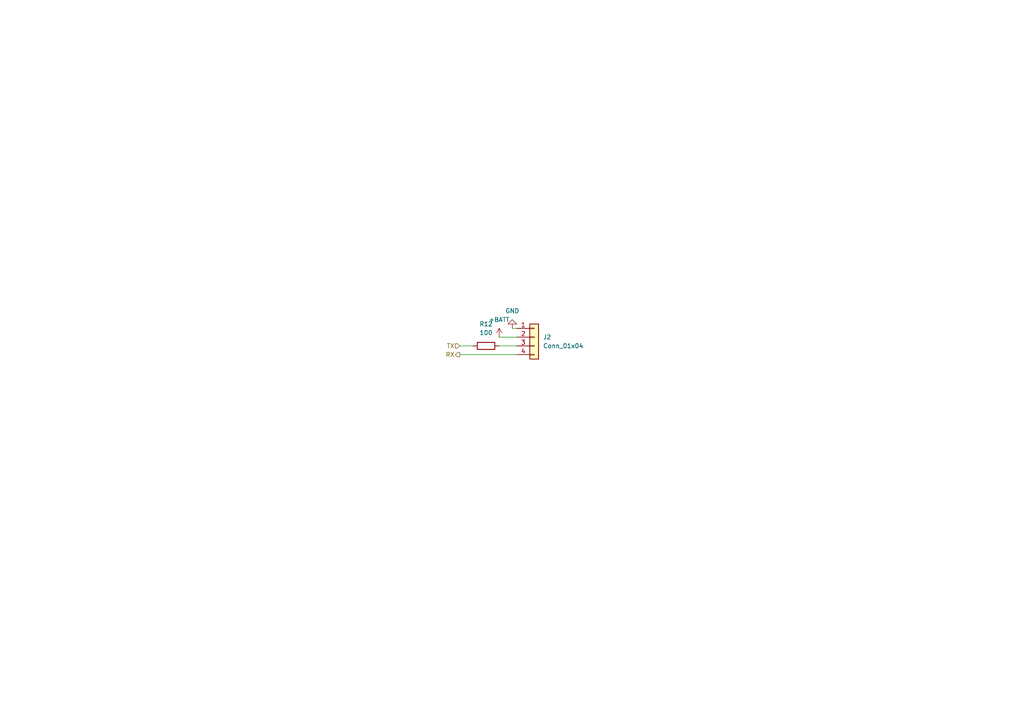
<source format=kicad_sch>
(kicad_sch (version 20230121) (generator eeschema)
  (paper "A4")
  (lib_symbols
    (symbol "Connector_Generic:Conn_01x04" (pin_names (offset 1.016) hide)
      (property "Reference" "J" (at 0 5.08 0))
      (property "Value" "Conn_01x04" (at 0 -7.62 0))
      (symbol "Conn_01x04_1_1"
        (rectangle (start -1.27 -4.953) (end 0 -5.207) (stroke (width 0.1524)))
        (rectangle (start -1.27 -2.413) (end 0 -2.667) (stroke (width 0.1524)))
        (rectangle (start -1.27 0.127) (end 0 -0.127) (stroke (width 0.1524)))
        (rectangle (start -1.27 2.667) (end 0 2.413) (stroke (width 0.1524)))
        (rectangle (start -1.27 3.81) (end 1.27 -6.35) (stroke (width 0.254)) (fill (type background)))
        (pin passive line (at -5.08 2.54 0) (length 3.81) (name "Pin_1") (number "1"))
        (pin passive line (at -5.08 0 0) (length 3.81) (name "Pin_2") (number "2"))
        (pin passive line (at -5.08 -2.54 0) (length 3.81) (name "Pin_3") (number "3"))
        (pin passive line (at -5.08 -5.08 0) (length 3.81) (name "Pin_4") (number "4"))
      )
    )
    (symbol "Device:R" (pin_numbers hide) (pin_names (offset 0))
      (property "Reference" "R" (at 2.032 0 90))
      (property "Value" "R" (at 0 0 90))
      (symbol "R_0_1"
        (rectangle (start -1.016 -2.54) (end 1.016 2.54) (stroke (width 0.254)))
      )
      (symbol "R_1_1"
        (pin passive line (at 0 3.81 270) (length 1.27) (name "~") (number "1"))
        (pin passive line (at 0 -3.81 90) (length 1.27) (name "~") (number "2"))
      )
    )
    (symbol "power:+BATT" (power) (pin_names (offset 0))
      (property "Value" "+BATT" (at 0 3.556 0))
      (symbol "+BATT_0_1"
        (polyline (pts (xy -0.762 1.27) (xy 0 2.54)))
        (polyline (pts (xy 0 0) (xy 0 2.54)))
        (polyline (pts (xy 0 2.54) (xy 0.762 1.27)))
      )
      (symbol "+BATT_1_1"
        (pin power_in line (at 0 0 90) (length 0) hide (name "+BATT") (number "1"))
      )
    )
    (symbol "power:GND" (power) (pin_names (offset 0))
      (property "Value" "GND" (at 0 -3.81 0))
      (symbol "GND_0_1"
        (polyline (pts (xy 0 0) (xy 0 -1.27) (xy 1.27 -1.27) (xy 0 -2.54) (xy -1.27 -1.27) (xy 0 -1.27)))
      )
      (symbol "GND_1_1"
        (pin power_in line (at 0 0 270) (length 0) hide (name "GND") (number "1"))
      )
    )
  )
  (wire (pts (xy 144.78 97.79) (xy 149.86 97.79)))
  (wire (pts (xy 148.59 95.25) (xy 149.86 95.25)))
  (wire (pts (xy 133.35 100.33) (xy 137.16 100.33)))
  (wire (pts (xy 133.35 102.87) (xy 149.86 102.87)))
  (wire (pts (xy 144.78 100.33) (xy 149.86 100.33)))
  (hierarchical_label "RX" (shape output) (at 133.35 102.87 180))
  (hierarchical_label "TX" (shape input) (at 133.35 100.33 180))
  (symbol (lib_id "Connector_Generic:Conn_01x04") (at 154.94 97.79 0) (unit 1)
    (property "Reference" "J2" (at 157.48 97.79 0) (effects (justify left)))
    (property "Value" "Conn_01x04" (at 157.48 100.33 0) (effects (justify left)))
  )
  (symbol (lib_id "Device:R") (at 140.97 100.33 90) (unit 1)
    (property "Reference" "R12" (at 140.97 93.98 90))
    (property "Value" "100" (at 140.97 96.52 90))
  )
  (symbol (lib_id "power:+BATT") (at 144.78 97.79 0) (unit 1)
    (property "Reference" "#PWR09" (effects hide))
    (property "Value" "+BATT" (at 144.78 92.71 0))
  )
  (symbol (lib_id "power:GND") (at 148.59 95.25 180) (unit 1)
    (property "Reference" "#PWR010" (effects hide))
    (property "Value" "GND" (at 148.59 90.17 0))
  )
)
</source>
